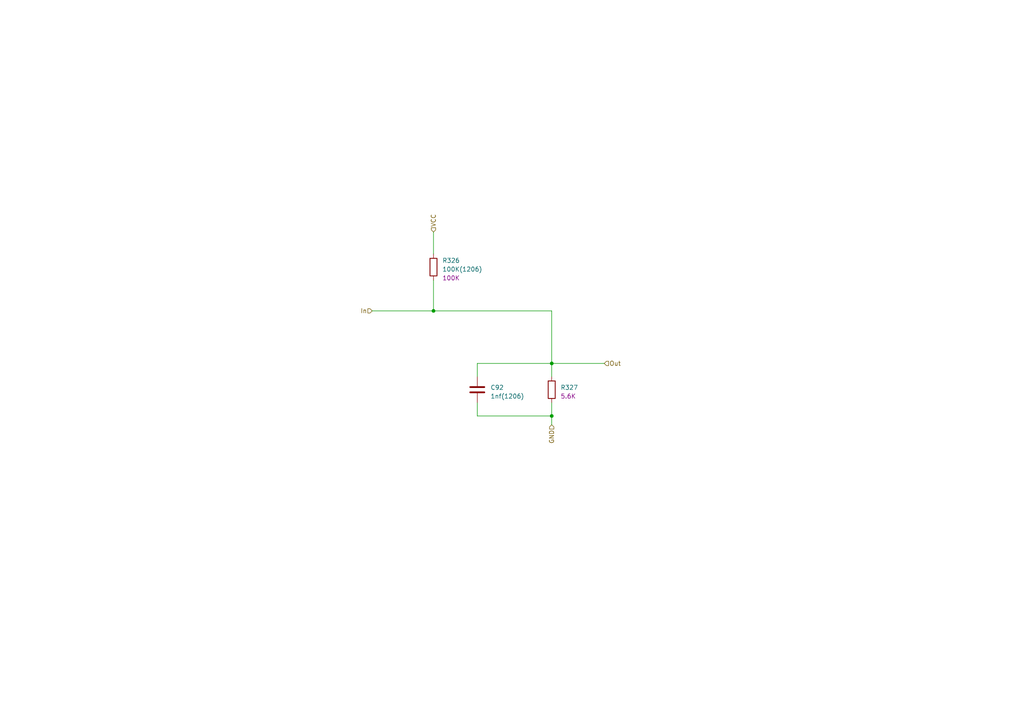
<source format=kicad_sch>
(kicad_sch (version 20230121) (generator eeschema)
  (paper "A4")
  (lib_symbols
    (symbol "MLC:1nf(1206)" (pin_numbers hide) (pin_names (offset 0.254))
      (property "Reference" "C" (at 0.635 2.54 0))
      (property "Value" "1nf(1206)" (at 0.635 -2.54 0))
      (symbol "1nf(1206)_0_1"
        (polyline (pts (xy -2.032 -0.762) (xy 2.032 -0.762)) (stroke (width 0.508)))
        (polyline (pts (xy -2.032 0.762) (xy 2.032 0.762)) (stroke (width 0.508)))
      )
      (symbol "1nf(1206)_1_1"
        (pin passive line (at 0 3.81 270) (length 2.794) (name "~") (number "1"))
        (pin passive line (at 0 -3.81 90) (length 2.794) (name "~") (number "2"))
      )
    )
    (symbol "MLC_K7:100K(1206)" (pin_numbers hide) (pin_names (offset 0))
      (property "Reference" "R?" (at 0 0 0))
      (property "Value" "100K(1206)" (at 0 0 0))
      (property "Main Value" "100K" (at 0 0 0))
      (symbol "100K(1206)_0_1"
        (rectangle (start -1.016 -2.54) (end 1.016 2.54) (stroke (width 0.254)))
      )
      (symbol "100K(1206)_1_1"
        (pin passive line (at 0 3.81 270) (length 1.27) (name "~") (number "1"))
        (pin passive line (at 0 -3.81 90) (length 1.27) (name "~") (number "2"))
      )
    )
    (symbol "MLC_K7:5.6k(1206)" (pin_numbers hide) (pin_names (offset 0))
      (property "Reference" "R?" (at 0 0 0))
      (property "Main Value" "5.6K" (at 0 0 0))
      (symbol "5.6k(1206)_0_1"
        (rectangle (start -1.016 -2.54) (end 1.016 2.54) (stroke (width 0.254)))
      )
      (symbol "5.6k(1206)_1_1"
        (pin passive line (at 0 3.81 270) (length 1.27) (name "~") (number "1"))
        (pin passive line (at 0 -3.81 90) (length 1.27) (name "~") (number "2"))
      )
    )
  )
  (junction (at 160.02 105.41))
  (junction (at 160.02 120.65))
  (junction (at 125.73 90.17))
  (wire (pts (xy 138.43 116.84) (xy 138.43 120.65)))
  (wire (pts (xy 138.43 105.41) (xy 138.43 109.22)))
  (wire (pts (xy 125.73 81.28) (xy 125.73 90.17)))
  (wire (pts (xy 160.02 116.84) (xy 160.02 120.65)))
  (wire (pts (xy 160.02 105.41) (xy 138.43 105.41)))
  (wire (pts (xy 125.73 90.17) (xy 160.02 90.17)))
  (wire (pts (xy 107.95 90.17) (xy 125.73 90.17)))
  (wire (pts (xy 125.73 67.31) (xy 125.73 73.66)))
  (wire (pts (xy 138.43 120.65) (xy 160.02 120.65)))
  (wire (pts (xy 160.02 90.17) (xy 160.02 105.41)))
  (wire (pts (xy 160.02 120.65) (xy 160.02 123.19)))
  (wire (pts (xy 160.02 105.41) (xy 175.26 105.41)))
  (wire (pts (xy 160.02 105.41) (xy 160.02 109.22)))
  (hierarchical_label "VCC" (shape input) (at 125.73 67.31 90))
  (hierarchical_label "In" (shape input) (at 107.95 90.17 180))
  (hierarchical_label "GND" (shape input) (at 160.02 123.19 270))
  (hierarchical_label "Out" (shape input) (at 175.26 105.41 0))
  (symbol (lib_id "MLC_K7:5.6k(1206)") (at 160.02 113.03 0) (unit 1)
    (property "Reference" "R327" (at 162.56 112.395 0) (effects (justify left)))
    (property "Value" "5.6k(1206)" (effects hide))
    (property "Footprint" "Resistor_SMD:R_1206_3216Metric_Pad1.30x1.75mm_HandSolder" (effects hide))
    (property "Datasheet" "${KIGIT}/Datasheets/RN73R-1840156.pdf" (effects hide))
    (property "MLC Code" "MLCEL12238876" (effects hide))
    (property "Manufacturer" "KOA Speer Electronics, Inc." (effects hide))
    (property "MPN" "RN73R2BTTD5601F25" (effects hide))
    (property "Main Value" "5.6K" (at 162.56 114.935 0) (effects (justify left)))
    (instances (project "tester" (path "" (reference "R327") (unit 1)) (path "" (reference "R329") (unit 1)) (path "" (reference "R331") (unit 1)) (path "" (reference "R333") (unit 1)) (path "" (reference "R335") (unit 1)) (path "" (reference "R337") (unit 1)) (path "" (reference "R339") (unit 1)) (path "" (reference "R341") (unit 1)) (path "" (reference "R343") (unit 1)) (path "" (reference "R345") (unit 1)) (path "" (reference "R347") (unit 1)) (path "" (reference "R349") (unit 1)) (path "" (reference "R351") (unit 1)) (path "" (reference "R353") (unit 1)) (path "" (reference "R355") (unit 1)) (path "" (reference "R357") (unit 1)) (path "" (reference "R359") (unit 1)) (path "" (reference "R361") (unit 1)) (path "" (reference "R363") (unit 1)) (path "" (reference "R365") (unit 1)) (path "" (reference "R367") (unit 1)) (path "" (reference "R369") (unit 1)) (path "" (reference "R371") (unit 1)) (path "" (reference "R373") (unit 1)) (path "" (reference "R375") (unit 1)) (path "" (reference "R377") (unit 1)) (path "" (reference "R379") (unit 1)) (path "" (reference "R381") (unit 1)) (path "" (reference "R383") (unit 1)) (path "" (reference "R385") (unit 1)) (path "" (reference "R387") (unit 1)) (path "" (reference "R389") (unit 1))))
  )
  (symbol (lib_id "MLC:1nf(1206)") (at 138.43 113.03 0) (unit 1)
    (property "Reference" "C92" (at 142.24 112.395 0) (effects (justify left)))
    (property "Value" "1nf(1206)" (at 142.24 114.935 0) (effects (justify left)))
    (property "Footprint" "Capacitor_SMD:C_1206_3216Metric_Pad1.33x1.80mm_HandSolder" (effects hide))
    (property "Datasheet" "${KIGIT}/Datasheets/mlcc_automotive_soft_en.pdf" (effects hide))
    (property "MLC" "MLCEL12238386" (effects hide))
    (property "Package" "smd-1206" (effects hide))
    (property "Manufacturer" "TDK" (effects hide))
    (property "MPN" "CGA5H4X7R2J102K115AE" (effects hide))
    (instances (project "tester" (path "" (reference "C92") (unit 1)) (path "" (reference "C93") (unit 1)) (path "" (reference "C94") (unit 1)) (path "" (reference "C95") (unit 1)) (path "" (reference "C96") (unit 1)) (path "" (reference "C97") (unit 1)) (path "" (reference "C98") (unit 1)) (path "" (reference "C99") (unit 1)) (path "" (reference "C100") (unit 1)) (path "" (reference "C101") (unit 1)) (path "" (reference "C102") (unit 1)) (path "" (reference "C103") (unit 1)) (path "" (reference "C104") (unit 1)) (path "" (reference "C105") (unit 1)) (path "" (reference "C106") (unit 1)) (path "" (reference "C107") (unit 1)) (path "" (reference "C108") (unit 1)) (path "" (reference "C109") (unit 1)) (path "" (reference "C110") (unit 1)) (path "" (reference "C111") (unit 1)) (path "" (reference "C112") (unit 1)) (path "" (reference "C113") (unit 1)) (path "" (reference "C114") (unit 1)) (path "" (reference "C115") (unit 1)) (path "" (reference "C116") (unit 1)) (path "" (reference "C117") (unit 1)) (path "" (reference "C118") (unit 1)) (path "" (reference "C119") (unit 1)) (path "" (reference "C120") (unit 1)) (path "" (reference "C121") (unit 1)) (path "" (reference "C122") (unit 1)) (path "" (reference "C123") (unit 1))))
  )
  (symbol (lib_id "MLC_K7:100K(1206)") (at 125.73 77.47 0) (unit 1)
    (property "Reference" "R326" (at 128.27 75.565 0) (effects (justify left)))
    (property "Value" "100K(1206)" (at 128.27 78.105 0) (effects (justify left)))
    (property "Footprint" "Resistor_SMD:R_1206_3216Metric_Pad1.30x1.75mm_HandSolder" (effects hide))
    (property "Datasheet" "${KIGIT}/Datasheets/RN73R-1840156.pdf" (effects hide))
    (property "MLC Code" "MLCEL12237630" (effects hide))
    (property "Manufacturer" "KOA Speer Electronics, Inc." (effects hide))
    (property "MPN" "RN73R2BTTD1003F25" (effects hide))
    (property "Main Value" "100K" (at 128.27 80.645 0) (effects (justify left)))
    (instances (project "tester" (path "" (reference "R326") (unit 1)) (path "" (reference "R328") (unit 1)) (path "" (reference "R330") (unit 1)) (path "" (reference "R332") (unit 1)) (path "" (reference "R334") (unit 1)) (path "" (reference "R336") (unit 1)) (path "" (reference "R338") (unit 1)) (path "" (reference "R340") (unit 1)) (path "" (reference "R342") (unit 1)) (path "" (reference "R344") (unit 1)) (path "" (reference "R346") (unit 1)) (path "" (reference "R348") (unit 1)) (path "" (reference "R350") (unit 1)) (path "" (reference "R352") (unit 1)) (path "" (reference "R354") (unit 1)) (path "" (reference "R356") (unit 1)) (path "" (reference "R358") (unit 1)) (path "" (reference "R360") (unit 1)) (path "" (reference "R362") (unit 1)) (path "" (reference "R364") (unit 1)) (path "" (reference "R366") (unit 1)) (path "" (reference "R368") (unit 1)) (path "" (reference "R370") (unit 1)) (path "" (reference "R372") (unit 1)) (path "" (reference "R374") (unit 1)) (path "" (reference "R376") (unit 1)) (path "" (reference "R378") (unit 1)) (path "" (reference "R380") (unit 1)) (path "" (reference "R382") (unit 1)) (path "" (reference "R384") (unit 1)) (path "" (reference "R386") (unit 1)) (path "" (reference "R388") (unit 1))))
  )
)
</source>
